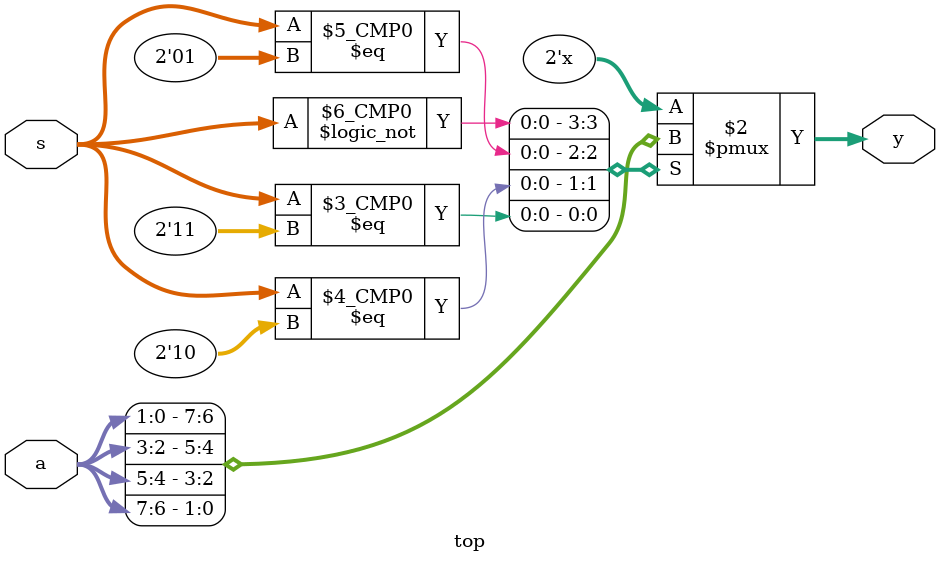
<source format=v>
module top(
  input [7:0] a,
  input [1:0] s,
  output reg [1:0]y);
  always @ (s or a)
    case (s)
        0: y = a[1:0];
        1: y = a[3:2];
        2: y = a[5:4];
        3: y = a[7:6];
    endcase
endmodule

</source>
